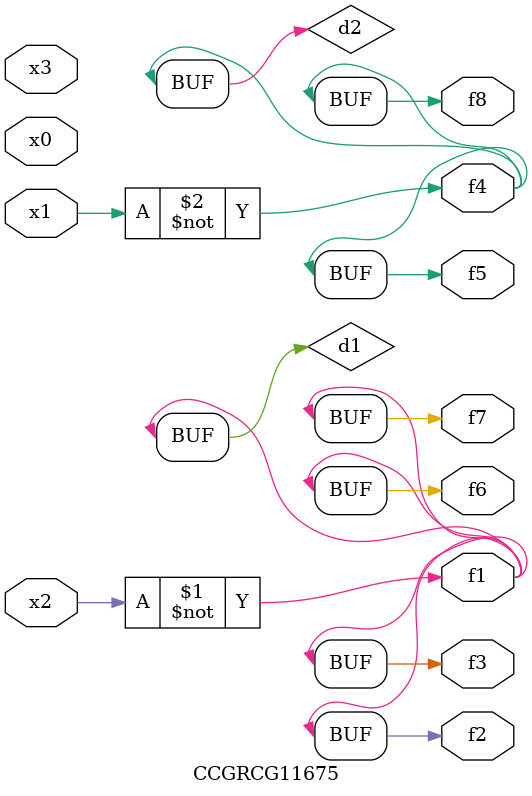
<source format=v>
module CCGRCG11675(
	input x0, x1, x2, x3,
	output f1, f2, f3, f4, f5, f6, f7, f8
);

	wire d1, d2;

	xnor (d1, x2);
	not (d2, x1);
	assign f1 = d1;
	assign f2 = d1;
	assign f3 = d1;
	assign f4 = d2;
	assign f5 = d2;
	assign f6 = d1;
	assign f7 = d1;
	assign f8 = d2;
endmodule

</source>
